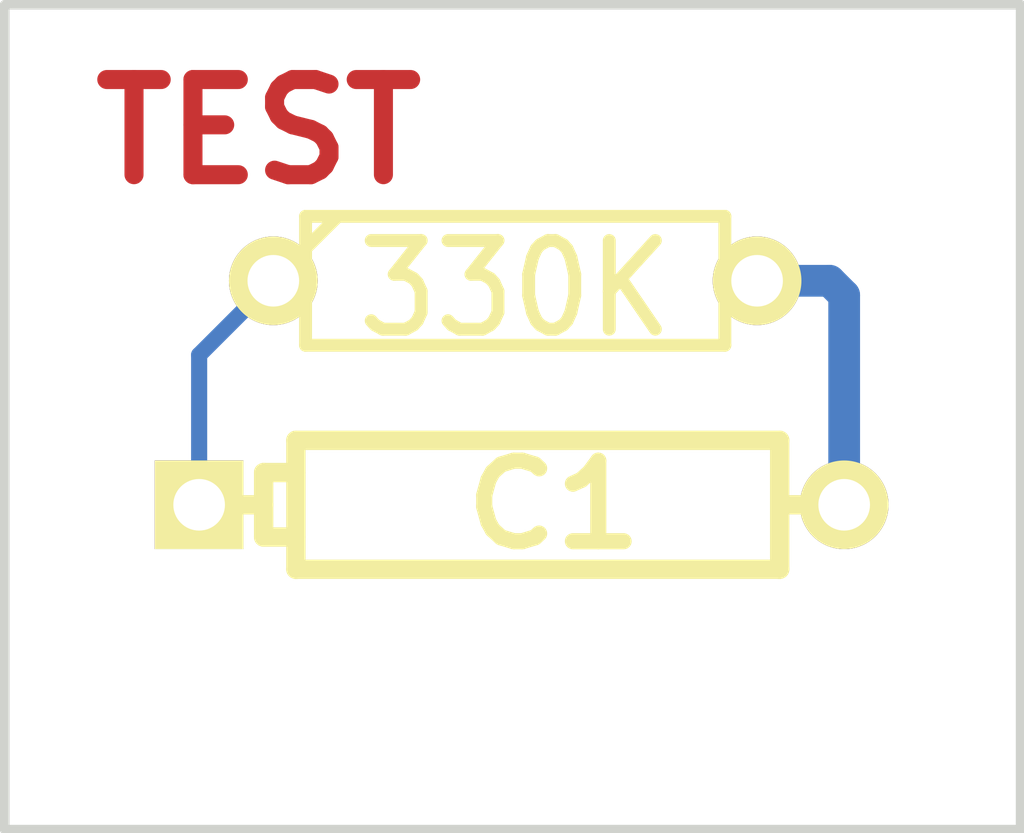
<source format=kicad_pcb>
(kicad_pcb
  (version 3)
  (host pcbnew "(2013-02-20 BZR 3963)-testing")
  (general
    (links 2)
    (no_connects 0)
    (area 57.924999 28.924999 74.075001 42.075001)
    (thickness 1.6)
    (drawings 5)
    (tracks 5)
    (zones 0)
    (modules 2)
    (nets 3)
  )

  (layers
    (15 top_side.Cu signal)
    (2 Inner2.Cu signal)
    (1 Inner1.Cu signal)
    (0 bottom_side.Cu signal)
    (16 B.Adhes user)
    (17 F.Adhes user)
    (18 B.Paste user)
    (19 F.Paste user)
    (20 B.SilkS user)
    (21 F.SilkS user)
    (22 B.Mask user)
    (23 F.Mask user)
    (24 Dwgs.User user)
    (25 Cmts.User user)
    (26 Eco1.User user)
    (27 Eco2.User user)
    (28 Edge.Cuts user)
  )

  (setup
    (last_trace_width 0.254)
    (trace_clearance 0.254)
    (zone_clearance 0.2)
    (zone_45_only no)
    (trace_min 0.254)
    (segment_width 0.2)
    (edge_width 0.15)
    (via_size 0.889)
    (via_drill 0.635)
    (via_min_size 0.889)
    (via_min_drill 0.508)
    (uvia_size 0.508)
    (uvia_drill 0.127)
    (uvias_allowed no)
    (uvia_min_size 0.508)
    (uvia_min_drill 0.127)
    (pcb_text_width 0.3)
    (pcb_text_size 1.5 1.5)
    (mod_edge_width 0.15)
    (mod_text_size 1.5 1.5)
    (mod_text_width 0.15)
    (pad_size 0.0005 0.0005)
    (pad_drill 0)
    (pad_to_mask_clearance 0.2)
    (aux_axis_origin 0 0)
    (visible_elements 7FFFFFFF)
    (pcbplotparams
      (layerselection 3178497)
      (usegerberextensions true)
      (excludeedgelayer true)
      (linewidth 50000)
      (plotframeref false)
      (viasonmask false)
      (mode 1)
      (useauxorigin false)
      (hpglpennumber 1)
      (hpglpenspeed 20)
      (hpglpendiameter 15)
      (hpglpenoverlay 2)
      (psnegative false)
      (psa4output false)
      (plotreference true)
      (plotvalue true)
      (plotothertext true)
      (plotinvisibletext false)
      (padsonsilk false)
      (subtractmaskfromsilk false)
      (outputformat 1)
      (mirror false)
      (drillshape 1)
      (scaleselection 1)
      (outputdirectory ""))
  )

  (net 0 "")
  (net 1 /SIGNAL)
  (net 2 GND)

  (net_class Default "Ceci est la Netclass par dÃ©faut"
    (clearance 0.254)
    (trace_width 0.254)
    (via_dia 0.889)
    (via_drill 0.635)
    (uvia_dia 0.508)
    (uvia_drill 0.127)
    (add_net "")
    (add_net /SIGNAL)
  )

  (net_class POWER ""
    (clearance 0.254)
    (trace_width 0.5)
    (via_dia 1.2)
    (via_drill 0.635)
    (uvia_dia 0.508)
    (uvia_drill 0.127)
    (add_net GND)
  )

  (module R3
    (layer top_side.Cu)
    (tedit 4E4C0E65)
    (tstamp 5127A136)
    (at 66.04 33.3502)
    (descr "Resitance 3 pas")
    (tags R)
    (path /5127A011)

    (autoplace_cost90 5)
    (autoplace_cost90 5)
    (autoplace_cost180 10)
    (autoplace_cost180 5)
    (solder_mask_margin 5)
    (solder_mask_margin 5)
    (solder_paste_margin 5)
    (solder_paste_margin 5)
    (solder_paste_ratio 5)
    (solder_paste_ratio 5)

    (fp_text reference R1 (at 0 0.127) (layer F.SilkS) hide
      (effects (font (size 1.397 1.27) (thickness 0.2032)))
    )
    (fp_text value 330K (at 0 0.127) (layer F.SilkS)
      (effects (font (size 1.397 1.27) (thickness 0.2032)))
    )
    (fp_line (start -3.81 0) (end -3.302 0) (layer F.SilkS) (width 0.2032))
    (fp_line (start 3.81 0) (end 3.302 0) (layer F.SilkS) (width 0.2032))
    (fp_line (start 3.302 0) (end 3.302 -1.016) (layer F.SilkS) (width 0.2032))
    (fp_line (start 3.302 -1.016) (end -3.302 -1.016) (layer F.SilkS) (width 0.2032))
    (fp_line (start -3.302 -1.016) (end -3.302 1.016) (layer F.SilkS) (width 0.2032))
    (fp_line (start -3.302 1.016) (end 3.302 1.016) (layer F.SilkS) (width 0.2032))
    (fp_line (start 3.302 1.016) (end 3.302 0) (layer F.SilkS) (width 0.2032))
    (fp_line (start -3.302 -0.508) (end -2.794 -1.016) (layer F.SilkS) (width 0.2032))
    (pad 1 thru_hole circle (at -3.81 0) (size 1.397 1.397) (drill 0.812799)
      (layers *.Cu *.Mask F.SilkS)
      (net 1 /SIGNAL)
    )
    (pad 2 thru_hole circle (at 3.81 0) (size 1.397 1.397) (drill 0.812799)
      (layers *.Cu *.Mask F.SilkS)
      (net 2 GND)

      (solder_mask_margin 2)
      (solder_paste_margin 2)
      (solder_paste_margin_ratio 2)

    )
    (model discret/resistor.wrl
      (at (xyz 0 0 0))
      (scale (xyz 0.3 0.3 0.3))
      (rotate (xyz 0 0 0))
    )
  )

  (module CP4 (layer top_side.Cu) (tedit 5127A26C) (tstamp 5127A146)
    (at 66.1416 36.8808)
    (descr "Condensateur polarise")
    (tags CP)
    (path /50FD6D39)
    (fp_text reference C1 (at 0.508 0) (layer F.SilkS)
      (effects (font (size 1.27 1.397) (thickness 0.254)))
    )
    (fp_text value 10uF (at 0.8584 2.1192) (layer F.SilkS) hide
      (effects (font (size 1.27 1.143) (thickness 0.254)))
    )
    (fp_line (start 5.08 0) (end 4.064 0) (layer F.SilkS) (width 0.3048))
    (fp_line (start 4.064 0) (end 4.064 1.016) (layer F.SilkS) (width 0.3048))
    (fp_line (start 4.064 1.016) (end -3.556 1.016) (layer F.SilkS) (width 0.3048))
    (fp_line (start -3.556 1.016) (end -3.556 -1.016) (layer F.SilkS) (width 0.3048))
    (fp_line (start -3.556 -1.016) (end 4.064 -1.016) (layer F.SilkS) (width 0.3048))
    (fp_line (start 4.064 -1.016) (end 4.064 0) (layer F.SilkS) (width 0.3048))
    (fp_line (start -5.08 0) (end -4.064 0) (layer F.SilkS) (width 0.3048))
    (fp_line (start -3.556 0.508) (end -4.064 0.508) (layer F.SilkS) (width 0.3048))
    (fp_line (start -4.064 0.508) (end -4.064 -0.508) (layer F.SilkS) (width 0.3048))
    (fp_line (start -4.064 -0.508) (end -3.556 -0.508) (layer F.SilkS) (width 0.3048))
    (pad 1 thru_hole rect (at -5.08 0) (size 1.397 1.397) (drill 0.812799)
      (layers *.Cu *.Mask F.SilkS)
      (net 1 /SIGNAL)
    )
    (pad 2 thru_hole circle (at 5.08 0) (size 1.397 1.397) (drill 0.812799)
      (layers *.Cu *.Mask F.SilkS)
      (net 2 GND)
    )
    (model discret/c_pol.wrl
      (at (xyz 0 0 0))
      (scale (xyz 0.4 0.4 0.4))
      (rotate (xyz 0 0 0))
    )
  )

  (gr_text TEST (at 62 31) (layer top_side.Cu)
    (effects (font (size 1.5 1.5) (thickness 0.3)))
  )
  (gr_line (start 58 42) (end 58 29) (angle 90) (layer Edge.Cuts) (width 0.15))
  (gr_line (start 74 42) (end 58 42) (angle 90) (layer Edge.Cuts) (width 0.15))
  (gr_line (start 74 29) (end 74 42) (angle 90) (layer Edge.Cuts) (width 0.15))
  (gr_line (start 58 29) (end 74 29) (angle 90) (layer Edge.Cuts) (width 0.15))

  (segment (start 61.0616 36.8808) (end 61.0616 34.5186) (width 0.254) (layer bottom_side.Cu) (net 1))
  (segment (start 61.0616 34.5186) (end 62.23 33.3502) (width 0.254) (layer bottom_side.Cu) (net 1) (tstamp 5127A159))
  (segment (start 69.85 33.3502) (end 70.993 33.3502) (width 0.5) (layer bottom_side.Cu) (net 2))
  (segment (start 71.2216 33.5788) (end 71.2216 36.8808) (width 0.5) (layer bottom_side.Cu) (net 2) (tstamp 5127A156))
  (segment (start 70.993 33.3502) (end 71.2216 33.5788) (width 0.5) (layer bottom_side.Cu) (net 2) (tstamp 5127A155))

  (zone (net 2) (net_name GND) (layer bottom_side.Cu) (tstamp 5127A1B2) (hatch edge 0.508)
    (connect_pads (clearance 0.2))
    (min_thickness 0.1778)
    (fill (arc_segments 16) (thermal_gap 0.254) (thermal_bridge_width 0.4064))
    (polygon
      (pts
        (xy 59 30) (xy 73 30) (xy 73 41) (xy 59 41)
      )
    )
  )
)
</source>
